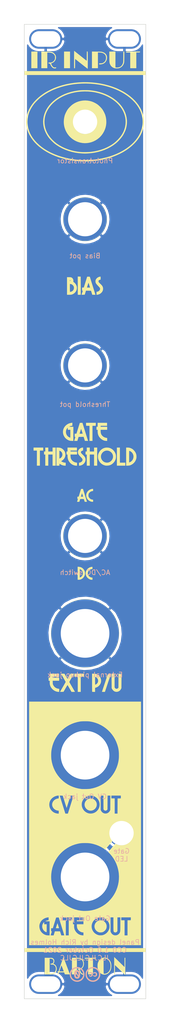
<source format=kicad_pcb>
(kicad_pcb (version 20171130) (host pcbnew 5.1.10-88a1d61d58~90~ubuntu20.04.1)
  (layers (0 F.Cu signal) (31 B.Cu signal) (34 B.Paste user) (35 F.Paste user) (36 B.SilkS user) (37 F.SilkS user) (38 B.Mask user) (39 F.Mask user) (44 Edge.Cuts user))
  (net 0 "")
  (net 1 GND)
  (module irinput_panel:irinput_panel_art (layer F.Cu) (at 28.6 107.6)
    (fp_text reference GRAF2 hide)
    (fp_text value Art hide)
  )
  (module irinput_panel:irinput_panel_holes (layer F.Cu) (at 28.6 107.6)
    (fp_text reference GRAF1 hide)
    (fp_text value Holes hide)
  )
  (module Kosmo_panel:Kosmo_LED_Hole (layer F.Cu) (at 36.1 173.6)
    (fp_text reference H10 hide)
    (fp_text value Led_Hole)
    (pad 1 thru_hole circle (at 0 0) (size 5.5 5.5) (drill 5) (layers *.Cu *.Mask))
  )
  (module irinput_panel:irinput_panel_art_more (layer F.Cu) (at 28.6 27.6)
    (fp_text reference GRAF4 hide)
    (fp_text value "Art more" hide)
  )
  (module Kosmo_panel:Kosmo_Pot_Hole (layer F.Cu) (at 28.6 47.6)
    (fp_text reference H9 hide)
    (fp_text value Pot_Hole)
    (pad 1 thru_hole circle (at 0 0) (size 9 9) (drill 7) (layers *.Cu *.Mask) (net 1 GND))
  )
  (module Kosmo_panel:Kosmo_Jack_Hole (layer F.Cu) (at 28.6 132.6)
    (fp_text reference H6 hide)
    (fp_text value Jack_Hole)
    (pad 1 thru_hole circle (at 0 0) (size 14 14) (drill 10) (layers *.Cu *.Mask) (net 1 GND))
  )
  (module ao_tht:CC0_logo (layer B.Cu) (at 28.6 202.6 180)
    (fp_text reference GRAF3 hide)
    (fp_text value "CC0 logo" hide)
  )
  (module Kosmo_panel:Kosmo_Jack_Hole (layer F.Cu) (at 28.6 182.6)
    (fp_text reference H2 hide)
    (fp_text value Jack_Hole)
    (pad 1 thru_hole circle (at 0 0) (size 14 14) (drill 10) (layers *.Cu *.Mask) (net 1 GND))
  )
  (module Kosmo_panel:Kosmo_Panel_Dual_Slotted_Mounting_Holes (layer F.Cu) (at 38.1 10.6 180)
    (fp_text reference H8 hide)
    (fp_text value Panel)
    (pad 1 thru_hole oval (at 1.4 -194 180) (size 6.8 4) (drill oval 6 3.2) (layers *.Cu *.Mask) (net 1 GND))
    (pad 1 thru_hole oval (at 1.4 0 180) (size 6.8 4) (drill oval 6 3.2) (layers *.Cu *.Mask) (net 1 GND))
  )
  (module Kosmo_panel:Kosmo_Panel_Dual_Slotted_Mounting_Holes (layer F.Cu) (at 19.1 204.6)
    (fp_text reference H5 hide)
    (fp_text value Panel)
    (pad 1 thru_hole oval (at 1.4 -194) (size 6.8 4) (drill oval 6 3.2) (layers *.Cu *.Mask) (net 1 GND))
    (pad 1 thru_hole oval (at 1.4 0) (size 6.8 4) (drill oval 6 3.2) (layers *.Cu *.Mask) (net 1 GND))
  )
  (module Kosmo_panel:Kosmo_Pot_Hole (layer F.Cu) (at 28.6 77.6)
    (fp_text reference H4 hide)
    (fp_text value Pot_Hole)
    (pad 1 thru_hole circle (at 0 0) (size 9 9) (drill 7) (layers *.Cu *.Mask) (net 1 GND))
  )
  (module Kosmo_panel:Kosmo_Jack_Hole (layer F.Cu) (at 28.6 157.6)
    (fp_text reference H1 hide)
    (fp_text value Jack_Hole)
    (pad 1 thru_hole circle (at 0 0) (size 14 14) (drill 10) (layers *.Cu *.Mask) (net 1 GND))
  )
  (module Kosmo_panel:Kosmo_LED_Hole (layer F.Cu) (at 28.6 27.6)
    (fp_text reference H7 hide)
    (fp_text value Led_Hole)
    (pad 1 thru_hole circle (at 0 0) (size 5.5 5.5) (drill 5) (layers *.Cu *.Mask))
  )
  (module Kosmo_panel:Kosmo_Switch_Hole (layer F.Cu) (at 28.6 112.6)
    (fp_text reference H3 hide)
    (fp_text value Switch_Hole)
    (pad 1 thru_hole circle (at 0 0) (size 9 9) (drill 7) (layers *.Cu *.Mask) (net 1 GND))
  )
  (gr_text "Gate\nLED" (at 36.1 178.1) (layer B.SilkS) (effects (font (size 1 1)) (justify mirror)))
  (gr_text "Gate Out jack" (at 28.6 191.1) (layer B.SilkS) (effects (font (size 1 1)) (justify mirror)))
  (gr_text "CV Out jack" (at 28.6 166.1) (layer B.SilkS) (effects (font (size 1 1)) (justify mirror)))
  (gr_text "External pickup jack" (at 28.6 141.1) (layer B.SilkS) (effects (font (size 1 1)) (justify mirror)))
  (gr_text "AC/DC switch\n" (at 28.6 120.1) (layer B.SilkS) (effects (font (size 1 1)) (justify mirror)))
  (gr_text "Threshold pot" (at 28.6 85.6) (layer B.SilkS) (effects (font (size 1 1)) (justify mirror)))
  (gr_text "Bias pot" (at 28.6 55.1) (layer B.SilkS) (effects (font (size 1 1)) (justify mirror)))
  (gr_text Phototransistor (at 28.6 35.6) (layer B.SilkS) (effects (font (size 1 1)) (justify mirror)))
  (gr_text "Panel design by Rich Holmes\nCC0 1.0 October 2021\nJLCJLCJLCJLC" (at 28.6 197.6) (layer B.SilkS) (effects (font (size 1 1)) (justify mirror)))
  (gr_line (start 41.1 7.6) (end 16.1 7.6) (layer Edge.Cuts) (width 0.1))
  (gr_line (start 41.1 207.6) (end 41.1 7.6) (layer Edge.Cuts) (width 0.1))
  (gr_line (start 16.1 207.6) (end 41.1 207.6) (layer Edge.Cuts) (width 0.1))
  (gr_line (start 16.1 7.6) (end 16.1 207.6) (layer Edge.Cuts) (width 0.1))
  (zone (net 1) (net_name GND) (layer F.Cu) (connect_pads (clearance 0.508)) (min_thickness 0.254) (fill yes (arc_segments 32) (thermal_gap 0.508) (thermal_bridge_width 0.508))
    (polygon (pts (xy 46.1 212.6) (xy 11.1 212.6) (xy 11.1 2.6) (xy 46.1 2.6)))
  )
  (zone (net 1) (net_name GND) (layer B.Cu) (connect_pads (clearance 0.508)) (min_thickness 0.254) (fill yes (arc_segments 32) (thermal_gap 0.508) (thermal_bridge_width 0.508))
    (polygon (pts (xy 46.1 212.6) (xy 11.1 212.6) (xy 11.1 2.6) (xy 46.1 2.6)))
  )
)
</source>
